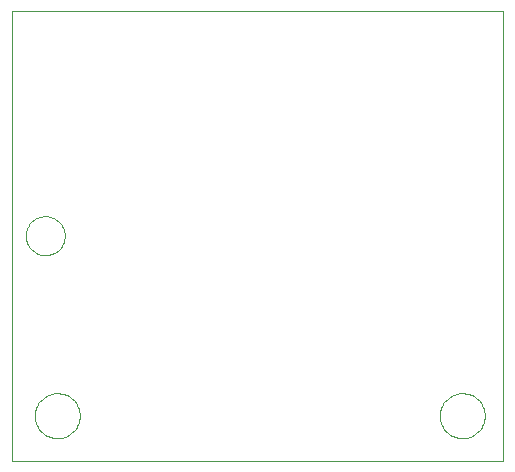
<source format=gko>
G75*
%MOIN*%
%OFA0B0*%
%FSLAX24Y24*%
%IPPOS*%
%LPD*%
%AMOC8*
5,1,8,0,0,1.08239X$1,22.5*
%
%ADD10C,0.0000*%
D10*
X001180Y000680D02*
X001180Y015680D01*
X017550Y015680D01*
X017550Y000680D01*
X001180Y000680D01*
X001930Y002180D02*
X001932Y002234D01*
X001938Y002288D01*
X001948Y002341D01*
X001961Y002394D01*
X001978Y002445D01*
X001999Y002495D01*
X002024Y002543D01*
X002052Y002590D01*
X002083Y002634D01*
X002117Y002676D01*
X002154Y002715D01*
X002194Y002752D01*
X002237Y002785D01*
X002282Y002816D01*
X002329Y002843D01*
X002377Y002866D01*
X002428Y002886D01*
X002479Y002903D01*
X002532Y002915D01*
X002585Y002924D01*
X002639Y002929D01*
X002694Y002930D01*
X002748Y002927D01*
X002801Y002920D01*
X002854Y002909D01*
X002907Y002895D01*
X002958Y002877D01*
X003007Y002855D01*
X003055Y002830D01*
X003101Y002801D01*
X003145Y002769D01*
X003186Y002734D01*
X003224Y002696D01*
X003260Y002655D01*
X003293Y002612D01*
X003323Y002567D01*
X003349Y002519D01*
X003372Y002470D01*
X003391Y002419D01*
X003406Y002368D01*
X003418Y002315D01*
X003426Y002261D01*
X003430Y002207D01*
X003430Y002153D01*
X003426Y002099D01*
X003418Y002045D01*
X003406Y001992D01*
X003391Y001941D01*
X003372Y001890D01*
X003349Y001841D01*
X003323Y001793D01*
X003293Y001748D01*
X003260Y001705D01*
X003224Y001664D01*
X003186Y001626D01*
X003145Y001591D01*
X003101Y001559D01*
X003055Y001530D01*
X003007Y001505D01*
X002958Y001483D01*
X002907Y001465D01*
X002854Y001451D01*
X002801Y001440D01*
X002748Y001433D01*
X002694Y001430D01*
X002639Y001431D01*
X002585Y001436D01*
X002532Y001445D01*
X002479Y001457D01*
X002428Y001474D01*
X002377Y001494D01*
X002329Y001517D01*
X002282Y001544D01*
X002237Y001575D01*
X002194Y001608D01*
X002154Y001645D01*
X002117Y001684D01*
X002083Y001726D01*
X002052Y001770D01*
X002024Y001817D01*
X001999Y001865D01*
X001978Y001915D01*
X001961Y001966D01*
X001948Y002019D01*
X001938Y002072D01*
X001932Y002126D01*
X001930Y002180D01*
X001630Y008180D02*
X001632Y008230D01*
X001638Y008280D01*
X001648Y008330D01*
X001661Y008378D01*
X001678Y008426D01*
X001699Y008472D01*
X001723Y008516D01*
X001751Y008558D01*
X001782Y008598D01*
X001816Y008635D01*
X001853Y008670D01*
X001892Y008701D01*
X001933Y008730D01*
X001977Y008755D01*
X002023Y008777D01*
X002070Y008795D01*
X002118Y008809D01*
X002167Y008820D01*
X002217Y008827D01*
X002267Y008830D01*
X002318Y008829D01*
X002368Y008824D01*
X002418Y008815D01*
X002466Y008803D01*
X002514Y008786D01*
X002560Y008766D01*
X002605Y008743D01*
X002648Y008716D01*
X002688Y008686D01*
X002726Y008653D01*
X002761Y008617D01*
X002794Y008578D01*
X002823Y008537D01*
X002849Y008494D01*
X002872Y008449D01*
X002891Y008402D01*
X002906Y008354D01*
X002918Y008305D01*
X002926Y008255D01*
X002930Y008205D01*
X002930Y008155D01*
X002926Y008105D01*
X002918Y008055D01*
X002906Y008006D01*
X002891Y007958D01*
X002872Y007911D01*
X002849Y007866D01*
X002823Y007823D01*
X002794Y007782D01*
X002761Y007743D01*
X002726Y007707D01*
X002688Y007674D01*
X002648Y007644D01*
X002605Y007617D01*
X002560Y007594D01*
X002514Y007574D01*
X002466Y007557D01*
X002418Y007545D01*
X002368Y007536D01*
X002318Y007531D01*
X002267Y007530D01*
X002217Y007533D01*
X002167Y007540D01*
X002118Y007551D01*
X002070Y007565D01*
X002023Y007583D01*
X001977Y007605D01*
X001933Y007630D01*
X001892Y007659D01*
X001853Y007690D01*
X001816Y007725D01*
X001782Y007762D01*
X001751Y007802D01*
X001723Y007844D01*
X001699Y007888D01*
X001678Y007934D01*
X001661Y007982D01*
X001648Y008030D01*
X001638Y008080D01*
X001632Y008130D01*
X001630Y008180D01*
X015430Y002180D02*
X015432Y002234D01*
X015438Y002288D01*
X015448Y002341D01*
X015461Y002394D01*
X015478Y002445D01*
X015499Y002495D01*
X015524Y002543D01*
X015552Y002590D01*
X015583Y002634D01*
X015617Y002676D01*
X015654Y002715D01*
X015694Y002752D01*
X015737Y002785D01*
X015782Y002816D01*
X015829Y002843D01*
X015877Y002866D01*
X015928Y002886D01*
X015979Y002903D01*
X016032Y002915D01*
X016085Y002924D01*
X016139Y002929D01*
X016194Y002930D01*
X016248Y002927D01*
X016301Y002920D01*
X016354Y002909D01*
X016407Y002895D01*
X016458Y002877D01*
X016507Y002855D01*
X016555Y002830D01*
X016601Y002801D01*
X016645Y002769D01*
X016686Y002734D01*
X016724Y002696D01*
X016760Y002655D01*
X016793Y002612D01*
X016823Y002567D01*
X016849Y002519D01*
X016872Y002470D01*
X016891Y002419D01*
X016906Y002368D01*
X016918Y002315D01*
X016926Y002261D01*
X016930Y002207D01*
X016930Y002153D01*
X016926Y002099D01*
X016918Y002045D01*
X016906Y001992D01*
X016891Y001941D01*
X016872Y001890D01*
X016849Y001841D01*
X016823Y001793D01*
X016793Y001748D01*
X016760Y001705D01*
X016724Y001664D01*
X016686Y001626D01*
X016645Y001591D01*
X016601Y001559D01*
X016555Y001530D01*
X016507Y001505D01*
X016458Y001483D01*
X016407Y001465D01*
X016354Y001451D01*
X016301Y001440D01*
X016248Y001433D01*
X016194Y001430D01*
X016139Y001431D01*
X016085Y001436D01*
X016032Y001445D01*
X015979Y001457D01*
X015928Y001474D01*
X015877Y001494D01*
X015829Y001517D01*
X015782Y001544D01*
X015737Y001575D01*
X015694Y001608D01*
X015654Y001645D01*
X015617Y001684D01*
X015583Y001726D01*
X015552Y001770D01*
X015524Y001817D01*
X015499Y001865D01*
X015478Y001915D01*
X015461Y001966D01*
X015448Y002019D01*
X015438Y002072D01*
X015432Y002126D01*
X015430Y002180D01*
M02*

</source>
